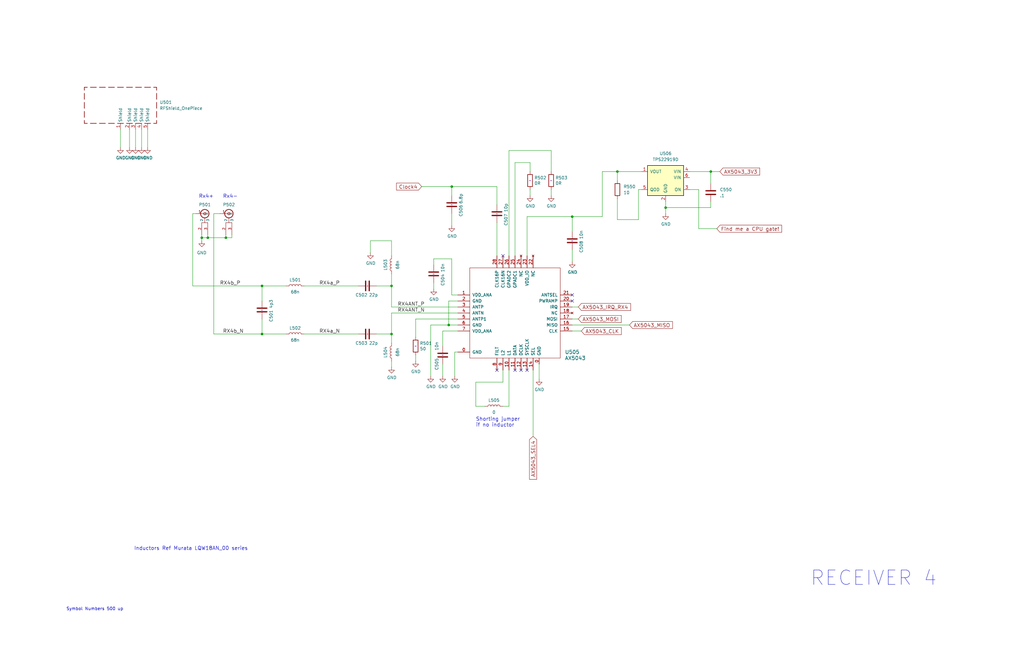
<source format=kicad_sch>
(kicad_sch (version 20230121) (generator eeschema)
  (paper "USLedger")
  (title_block (title "Radiation Tolerant PacSat Communication") (date "2023-06-17") (rev "A") (company "AMSAT-NA") (comment 1 "N5BRG"))
  (lib_symbols
    (symbol "Device:C" (pin_numbers hide) (pin_names (offset 0.254))
      (property "Reference" "C" (at 0.635 2.54 0))
      (property "Value" "C" (at 0.635 -2.54 0))
      (symbol "C_0_1"
        (polyline (pts (xy -2.032 -0.762) (xy 2.032 -0.762)) (stroke (width 0.508)))
        (polyline (pts (xy -2.032 0.762) (xy 2.032 0.762)) (stroke (width 0.508)))
      )
      (symbol "C_1_1"
        (pin passive line (at 0 3.81 270) (length 2.794) (name "~") (number "1"))
        (pin passive line (at 0 -3.81 90) (length 2.794) (name "~") (number "2"))
      )
    )
    (symbol "Device:L" (pin_numbers hide) (pin_names (offset 1.016) hide)
      (property "Reference" "L" (at -1.27 0 90))
      (property "Value" "L" (at 1.905 0 90))
      (symbol "L_0_1"
        (arc (start 0 -2.54) (mid 0.6323 -1.905) (end 0 -1.27))
        (arc (start 0 -1.27) (mid 0.6323 -0.635) (end 0 0))
        (arc (start 0 0) (mid 0.6323 0.635) (end 0 1.27))
        (arc (start 0 1.27) (mid 0.6323 1.905) (end 0 2.54))
      )
      (symbol "L_1_1"
        (pin passive line (at 0 3.81 270) (length 1.27) (name "1") (number "1"))
        (pin passive line (at 0 -3.81 90) (length 1.27) (name "2") (number "2"))
      )
    )
    (symbol "Device:R" (pin_numbers hide) (pin_names (offset 0))
      (property "Reference" "R" (at 2.032 0 90))
      (property "Value" "R" (at 0 0 90))
      (symbol "R_0_1"
        (rectangle (start -1.016 -2.54) (end 1.016 2.54) (stroke (width 0.254)))
      )
      (symbol "R_1_1"
        (pin passive line (at 0 3.81 270) (length 1.27) (name "~") (number "1"))
        (pin passive line (at 0 -3.81 90) (length 1.27) (name "~") (number "2"))
      )
    )
    (symbol "PACSAT_DEV_misc:AX5043" (pin_names (offset 1.016))
      (property "Reference" "U156" (at 16.51 -21.59 0))
      (property "Value" "AX5043" (at -5.08 0 0))
      (symbol "AX5043_0_1"
        (rectangle (start -19.05 19.05) (end 19.05 -19.05))
      )
      (symbol "AX5043_1_1"
        (pin passive line (at -24.13 -16.51 0) (length 5.08) (name "GND") (number "0"))
        (pin power_in line (at 10.16 -21.59 90) (length 2.54) (name "GND") (number "0"))
        (pin passive line (at -24.13 7.62 0) (length 5.08) (name "VDD_ANA") (number "1"))
        (pin passive line (at -2.54 -24.13 90) (length 5.08) (name "L1") (number "10"))
        (pin input line (at 0 -24.13 90) (length 5.08) (name "DATA") (number "11"))
        (pin input line (at 2.54 -24.13 90) (length 5.08) (name "DCLK") (number "12"))
        (pin output line (at 5.08 -24.13 90) (length 5.08) (name "SYSCLK") (number "13"))
        (pin input line (at 7.62 -24.13 90) (length 5.08) (name "SEL") (number "14"))
        (pin input line (at 24.13 -7.62 180) (length 5.08) (name "CLK") (number "15"))
        (pin tri_state line (at 24.13 -5.08 180) (length 5.08) (name "MISO") (number "16"))
        (pin input line (at 24.13 -2.54 180) (length 5.08) (name "MOSI") (number "17"))
        (pin no_connect line (at 24.13 0 180) (length 5.08) (name "NC") (number "18"))
        (pin output line (at 24.13 2.54 180) (length 5.08) (name "IRQ") (number "19"))
        (pin input line (at -24.13 5.08 0) (length 5.08) (name "GND") (number "2"))
        (pin output line (at 24.13 5.08 180) (length 5.08) (name "PWRAMP") (number "20"))
        (pin output line (at 24.13 7.62 180) (length 5.08) (name "ANTSEL") (number "21"))
        (pin no_connect line (at 7.62 24.13 270) (length 5.08) (name "NC") (number "22"))
        (pin passive line (at 5.08 24.13 270) (length 5.08) (name "VDD_IO") (number "23"))
        (pin no_connect line (at 2.54 24.13 270) (length 5.08) (name "NC") (number "24"))
        (pin input line (at 0 24.13 270) (length 5.08) (name "GPADC1") (number "25"))
        (pin input line (at -2.54 24.13 270) (length 5.08) (name "GPADC2") (number "26"))
        (pin passive line (at -5.08 24.13 270) (length 5.08) (name "CLK16N") (number "27"))
        (pin passive line (at -7.62 24.13 270) (length 5.08) (name "CLK16P") (number "28"))
        (pin bidirectional line (at -24.13 2.54 0) (length 5.08) (name "ANTP") (number "3"))
        (pin bidirectional line (at -24.13 0 0) (length 5.08) (name "ANTN") (number "4"))
        (pin output line (at -24.13 -2.54 0) (length 5.08) (name "ANTP1") (number "5"))
        (pin input line (at -24.13 -5.08 0) (length 5.08) (name "GND") (number "6"))
        (pin passive line (at -24.13 -7.62 0) (length 5.08) (name "VDD_ANA") (number "7"))
        (pin passive line (at -7.62 -24.13 90) (length 5.08) (name "FILT") (number "8"))
        (pin passive line (at -5.08 -24.13 90) (length 5.08) (name "L2") (number "9"))
      )
    )
    (symbol "PACSAT_DEV_misc:RF_SHIELD_BOX"
      (property "Reference" "U" (at -15.24 8.89 0))
      (symbol "RF_SHIELD_BOX_0_1"
        (polyline (pts (xy -16.51 -5.08) (xy -16.51 -2.54)) (stroke (width 0.254)))
        (polyline (pts (xy -16.51 -1.27) (xy -16.51 1.27)) (stroke (width 0.254)))
        (polyline (pts (xy -16.51 2.54) (xy -16.51 5.08)) (stroke (width 0.254)))
        (polyline (pts (xy -13.97 7.62) (xy -11.43 7.62)) (stroke (width 0.254)))
        (polyline (pts (xy -11.43 -7.62) (xy -13.97 -7.62)) (stroke (width 0.254)))
        (polyline (pts (xy -7.62 -7.62) (xy -10.16 -7.62)) (stroke (width 0.254)))
        (polyline (pts (xy -7.62 7.62) (xy -10.16 7.62)) (stroke (width 0.254)))
        (polyline (pts (xy -3.81 -7.62) (xy -6.35 -7.62)) (stroke (width 0.254)))
        (polyline (pts (xy -3.81 7.62) (xy -6.35 7.62)) (stroke (width 0.254)))
        (polyline (pts (xy -2.54 -7.62) (xy 0 -7.62)) (stroke (width 0.254)))
        (polyline (pts (xy 0 7.62) (xy -2.54 7.62)) (stroke (width 0.254)))
        (polyline (pts (xy 1.27 -7.62) (xy 3.81 -7.62)) (stroke (width 0.254)))
        (polyline (pts (xy 3.81 7.62) (xy 1.27 7.62)) (stroke (width 0.254)))
        (polyline (pts (xy 5.08 -7.62) (xy 7.62 -7.62)) (stroke (width 0.254)))
        (polyline (pts (xy 7.62 7.62) (xy 5.08 7.62)) (stroke (width 0.254)))
        (polyline (pts (xy 8.89 -7.62) (xy 11.43 -7.62)) (stroke (width 0.254)))
        (polyline (pts (xy 11.43 7.62) (xy 8.89 7.62)) (stroke (width 0.254)))
        (polyline (pts (xy 13.97 -5.08) (xy 13.97 -2.54)) (stroke (width 0.254)))
        (polyline (pts (xy 13.97 -1.27) (xy 13.97 1.27)) (stroke (width 0.254)))
        (polyline (pts (xy 13.97 2.54) (xy 13.97 5.08)) (stroke (width 0.254)))
        (polyline (pts (xy -16.51 6.35) (xy -16.51 7.62) (xy -15.24 7.62)) (stroke (width 0.254)))
        (polyline (pts (xy -15.24 -7.62) (xy -16.51 -7.62) (xy -16.51 -6.35)) (stroke (width 0.254)))
        (polyline (pts (xy 12.7 -7.62) (xy 13.97 -7.62) (xy 13.97 -6.35)) (stroke (width 0.254)))
        (polyline (pts (xy 13.97 6.35) (xy 13.97 7.62) (xy 12.7 7.62)) (stroke (width 0.254)))
      )
      (symbol "RF_SHIELD_BOX_1_1"
        (pin power_in line (at -1.27 -10.16 90) (length 2.54) (name "Shield") (number "1"))
        (pin power_in line (at 2.54 -10.16 90) (length 2.54) (name "Shield") (number "2"))
        (pin power_in line (at 5.08 -10.16 90) (length 2.54) (name "Shield") (number "3"))
        (pin power_in line (at 7.62 -10.16 90) (length 2.54) (name "Shield") (number "4"))
        (pin power_in line (at 10.16 -10.16 90) (length 2.54) (name "Shield") (number "5"))
      )
    )
    (symbol "PACSAT_DEV_misc:U_FL"
      (property "Reference" "U" (at -3.81 2.54 0))
      (symbol "U_FL_0_1"
        (polyline (pts (xy -1.27 -3.81) (xy 1.27 -3.81)))
        (polyline (pts (xy 0 -3.81) (xy 0 -1.778)))
        (circle (center 0 0) (radius 0.508) (stroke (width 0.2032)))
        (circle (center 0 0) (radius 1.778) (stroke (width 0.3048)))
      )
      (symbol "U_FL_1_1"
        (pin bidirectional line (at -3.81 0 0) (length 3.302) (name "In") (number "1"))
        (pin power_in line (at -1.27 -8.89 90) (length 5.08) (name "2") (number "2"))
        (pin power_in line (at 1.27 -8.89 90) (length 5.08) (name "3") (number "3"))
      )
    )
    (symbol "Power_Management:TPS22929D" (pin_names (offset 1.016))
      (property "Reference" "U96" (at 0 12.7 0))
      (property "Value" "TPS22919D" (at 0 10.16 0))
      (symbol "TPS22929D_0_1"
        (rectangle (start -7.62 7.62) (end 7.62 -5.08) (stroke (width 0.254)) (fill (type background)))
      )
      (symbol "TPS22929D_1_1"
        (pin power_out line (at 10.16 5.08 180) (length 2.54) (name "VOUT") (number "1"))
        (pin power_in line (at 0 -7.62 90) (length 2.54) (name "GND") (number "2"))
        (pin input line (at -10.16 -2.54 0) (length 2.54) (name "ON") (number "3"))
        (pin power_in line (at -10.16 5.08 0) (length 2.54) (name "VIN") (number "4"))
        (pin power_in line (at 10.16 -2.54 180) (length 2.54) (name "QOD") (number "5"))
        (pin power_in line (at -10.16 2.54 0) (length 2.54) (name "VIN") (number "6"))
      )
    )
    (symbol "power:GND" (power) (pin_names (offset 0))
      (property "Value" "GND" (at 0 -3.81 0))
      (symbol "GND_0_1"
        (polyline (pts (xy 0 0) (xy 0 -1.27) (xy 1.27 -1.27) (xy 0 -2.54) (xy -1.27 -1.27) (xy 0 -1.27)))
      )
      (symbol "GND_1_1"
        (pin power_in line (at 0 0 270) (length 0) hide (name "GND") (number "1"))
      )
    )
  )
  (junction (at 85.09 100.33))
  (junction (at 280.67 87.63))
  (junction (at 189.23 137.16))
  (junction (at 110.49 120.65))
  (junction (at 87.63 100.33))
  (junction (at 110.49 140.97))
  (junction (at 165.1 120.65))
  (junction (at 95.25 100.33))
  (junction (at 165.1 140.97))
  (junction (at 260.35 72.39))
  (junction (at 190.5 78.74))
  (junction (at 299.72 72.39))
  (junction (at 241.3 91.44))
  (no_connect (at 219.71 156.21))
  (no_connect (at 209.55 156.21))
  (no_connect (at 212.09 107.95))
  (no_connect (at 241.3 124.46))
  (no_connect (at 222.25 156.21))
  (no_connect (at 217.17 156.21))
  (no_connect (at 241.3 127))
  (wire (pts (xy 270.51 72.39) (xy 260.35 72.39)))
  (wire (pts (xy 217.17 68.58) (xy 223.52 68.58)))
  (wire (pts (xy 290.83 80.01) (xy 294.64 80.01)))
  (wire (pts (xy 190.5 109.22) (xy 182.88 109.22)))
  (wire (pts (xy 189.23 137.16) (xy 193.04 137.16)))
  (wire (pts (xy 241.3 91.44) (xy 254 91.44)))
  (wire (pts (xy 165.1 107.95) (xy 165.1 101.6)))
  (wire (pts (xy 175.26 134.62) (xy 193.04 134.62)))
  (wire (pts (xy 85.09 100.33) (xy 87.63 100.33)))
  (wire (pts (xy 232.41 63.5) (xy 232.41 72.39)))
  (wire (pts (xy 110.49 134.62) (xy 110.49 140.97)))
  (wire (pts (xy 212.09 171.45) (xy 214.63 171.45)))
  (wire (pts (xy 110.49 120.65) (xy 110.49 127)))
  (wire (pts (xy 260.35 72.39) (xy 254 72.39)))
  (wire (pts (xy 260.35 72.39) (xy 260.35 76.2)))
  (wire (pts (xy 50.8 54.61) (xy 50.8 62.23)))
  (wire (pts (xy 110.49 120.65) (xy 120.65 120.65)))
  (wire (pts (xy 177.8 78.74) (xy 190.5 78.74)))
  (wire (pts (xy 190.5 124.46) (xy 190.5 109.22)))
  (wire (pts (xy 280.67 87.63) (xy 280.67 90.17)))
  (wire (pts (xy 299.72 85.09) (xy 299.72 87.63)))
  (wire (pts (xy 209.55 93.98) (xy 209.55 107.95)))
  (wire (pts (xy 90.17 140.97) (xy 110.49 140.97)))
  (wire (pts (xy 81.28 90.17) (xy 81.28 120.65)))
  (wire (pts (xy 87.63 99.06) (xy 87.63 100.33)))
  (wire (pts (xy 128.27 140.97) (xy 151.13 140.97)))
  (wire (pts (xy 227.33 153.67) (xy 227.33 160.02)))
  (wire (pts (xy 212.09 161.29) (xy 200.66 161.29)))
  (wire (pts (xy 182.88 109.22) (xy 182.88 111.76)))
  (wire (pts (xy 241.3 97.79) (xy 241.3 91.44)))
  (wire (pts (xy 182.88 119.38) (xy 182.88 121.92)))
  (wire (pts (xy 85.09 99.06) (xy 85.09 100.33)))
  (wire (pts (xy 165.1 140.97) (xy 165.1 132.08)))
  (wire (pts (xy 269.24 80.01) (xy 270.51 80.01)))
  (wire (pts (xy 260.35 92.71) (xy 269.24 92.71)))
  (wire (pts (xy 165.1 140.97) (xy 165.1 144.78)))
  (wire (pts (xy 217.17 68.58) (xy 217.17 107.95)))
  (wire (pts (xy 81.28 120.65) (xy 110.49 120.65)))
  (wire (pts (xy 87.63 100.33) (xy 95.25 100.33)))
  (wire (pts (xy 299.72 72.39) (xy 303.53 72.39)))
  (wire (pts (xy 181.61 137.16) (xy 189.23 137.16)))
  (wire (pts (xy 214.63 156.21) (xy 214.63 171.45)))
  (wire (pts (xy 97.79 99.06) (xy 97.79 100.33)))
  (wire (pts (xy 158.75 140.97) (xy 165.1 140.97)))
  (wire (pts (xy 57.15 54.61) (xy 57.15 62.23)))
  (wire (pts (xy 191.77 148.59) (xy 191.77 158.75)))
  (wire (pts (xy 54.61 54.61) (xy 54.61 62.23)))
  (wire (pts (xy 200.66 161.29) (xy 200.66 171.45)))
  (wire (pts (xy 294.64 80.01) (xy 294.64 96.52)))
  (wire (pts (xy 193.04 127) (xy 189.23 127)))
  (wire (pts (xy 222.25 91.44) (xy 241.3 91.44)))
  (wire (pts (xy 269.24 92.71) (xy 269.24 80.01)))
  (wire (pts (xy 294.64 96.52) (xy 302.26 96.52)))
  (wire (pts (xy 59.69 54.61) (xy 59.69 62.23)))
  (wire (pts (xy 95.25 100.33) (xy 97.79 100.33)))
  (wire (pts (xy 232.41 80.01) (xy 232.41 82.55)))
  (wire (pts (xy 241.3 129.54) (xy 243.84 129.54)))
  (wire (pts (xy 299.72 72.39) (xy 299.72 77.47)))
  (wire (pts (xy 165.1 152.4) (xy 165.1 154.94)))
  (wire (pts (xy 241.3 134.62) (xy 243.84 134.62)))
  (wire (pts (xy 156.21 101.6) (xy 156.21 106.68)))
  (wire (pts (xy 224.79 156.21) (xy 224.79 184.15)))
  (wire (pts (xy 223.52 80.01) (xy 223.52 82.55)))
  (wire (pts (xy 165.1 120.65) (xy 165.1 129.54)))
  (wire (pts (xy 165.1 115.57) (xy 165.1 120.65)))
  (wire (pts (xy 165.1 129.54) (xy 193.04 129.54)))
  (wire (pts (xy 82.55 90.17) (xy 81.28 90.17)))
  (wire (pts (xy 241.3 105.41) (xy 241.3 110.49)))
  (wire (pts (xy 128.27 120.65) (xy 151.13 120.65)))
  (wire (pts (xy 186.69 139.7) (xy 186.69 146.05)))
  (wire (pts (xy 193.04 148.59) (xy 191.77 148.59)))
  (wire (pts (xy 190.5 78.74) (xy 190.5 82.55)))
  (wire (pts (xy 214.63 63.5) (xy 232.41 63.5)))
  (wire (pts (xy 110.49 140.97) (xy 120.65 140.97)))
  (wire (pts (xy 95.25 99.06) (xy 95.25 100.33)))
  (wire (pts (xy 222.25 107.95) (xy 222.25 91.44)))
  (wire (pts (xy 190.5 90.17) (xy 190.5 95.25)))
  (wire (pts (xy 62.23 54.61) (xy 62.23 62.23)))
  (wire (pts (xy 193.04 124.46) (xy 190.5 124.46)))
  (wire (pts (xy 209.55 78.74) (xy 209.55 86.36)))
  (wire (pts (xy 254 72.39) (xy 254 91.44)))
  (wire (pts (xy 181.61 158.75) (xy 181.61 137.16)))
  (wire (pts (xy 200.66 171.45) (xy 204.47 171.45)))
  (wire (pts (xy 158.75 120.65) (xy 165.1 120.65)))
  (wire (pts (xy 241.3 139.7) (xy 245.11 139.7)))
  (wire (pts (xy 241.3 137.16) (xy 265.43 137.16)))
  (wire (pts (xy 280.67 87.63) (xy 299.72 87.63)))
  (wire (pts (xy 260.35 83.82) (xy 260.35 92.71)))
  (wire (pts (xy 92.71 90.17) (xy 90.17 90.17)))
  (wire (pts (xy 214.63 63.5) (xy 214.63 107.95)))
  (wire (pts (xy 175.26 134.62) (xy 175.26 142.24)))
  (wire (pts (xy 165.1 101.6) (xy 156.21 101.6)))
  (wire (pts (xy 165.1 132.08) (xy 193.04 132.08)))
  (wire (pts (xy 193.04 139.7) (xy 186.69 139.7)))
  (wire (pts (xy 186.69 153.67) (xy 186.69 158.75)))
  (wire (pts (xy 189.23 127) (xy 189.23 137.16)))
  (wire (pts (xy 85.09 100.33) (xy 85.09 101.6)))
  (wire (pts (xy 209.55 78.74) (xy 190.5 78.74)))
  (wire (pts (xy 212.09 156.21) (xy 212.09 161.29)))
  (wire (pts (xy 223.52 68.58) (xy 223.52 72.39)))
  (wire (pts (xy 290.83 72.39) (xy 299.72 72.39)))
  (wire (pts (xy 175.26 149.86) (xy 175.26 152.4)))
  (wire (pts (xy 280.67 85.09) (xy 280.67 87.63)))
  (wire (pts (xy 90.17 90.17) (xy 90.17 140.97)))
  (text "Symbol Numbers 500 up" (at 27.94 257.81 0) (effects (font (size 1.27 1.27)) (justify left bottom)))
  (text "RECEIVER 4" (at 341.63 247.65 0) (effects (font (size 6.096 6.096)) (justify left bottom)))
  (text "Inductors Ref Murata LQW18AN_00 series" (at 56.515 232.41 0) (effects (font (size 1.524 1.524)) (justify left bottom)))
  (text "Rx4-" (at 93.98 83.82 0) (effects (font (size 1.524 1.524)) (justify left bottom)))
  (text "Shorting jumper\nif no inductor" (at 200.66 180.34 0) (effects (font (size 1.524 1.524)) (justify left bottom)))
  (text "Rx4+" (at 83.82 83.82 0) (effects (font (size 1.524 1.524)) (justify left bottom)))
  (label "RX4ANT_N" (at 167.64 132.08 0) (effects (font (size 1.524 1.524))))
  (label "RX4a_P" (at 134.62 120.65 0) (effects (font (size 1.524 1.524))))
  (label "RX4ANT_P" (at 167.64 129.54 0) (effects (font (size 1.524 1.524))))
  (label "RX4b_N" (at 93.98 140.97 0) (effects (font (size 1.524 1.524))))
  (label "RX4a_N" (at 134.62 140.97 0) (effects (font (size 1.524 1.524))))
  (label "RX4b_P" (at 92.71 120.65 0) (effects (font (size 1.524 1.524))))
  (global_label "Clock4" (shape input) (at 177.8 78.74 180) (effects (font (size 1.524 1.524))) (property "Intersheetrefs" "${INTERSHEET_REFS}" (effects hide)))
  (global_label "AX5043_MISO" (shape input) (at 265.43 137.16 0) (effects (font (size 1.524 1.524))) (property "Intersheetrefs" "${INTERSHEET_REFS}" (effects hide)))
  (global_label "AX5043_3V3" (shape input) (at 303.53 72.39 0) (effects (font (size 1.524 1.524))) (property "Intersheetrefs" "${INTERSHEET_REFS}" (effects hide)))
  (global_label "AX5043_IRQ_RX4" (shape input) (at 243.84 129.54 0) (effects (font (size 1.524 1.524))) (property "Intersheetrefs" "${INTERSHEET_REFS}" (effects hide)))
  (global_label "AX5043_SEL4" (shape input) (at 224.79 184.15 270) (effects (font (size 1.524 1.524))) (property "Intersheetrefs" "${INTERSHEET_REFS}" (effects hide)))
  (global_label "Find me a CPU gate!" (shape input) (at 302.26 96.52 0) (effects (font (size 1.524 1.524))) (property "Intersheetrefs" "${INTERSHEET_REFS}" (effects hide)))
  (global_label "AX5043_CLK" (shape input) (at 245.11 139.7 0) (effects (font (size 1.524 1.524))) (property "Intersheetrefs" "${INTERSHEET_REFS}" (effects hide)))
  (global_label "AX5043_MOSI" (shape input) (at 243.84 134.62 0) (effects (font (size 1.524 1.524))) (property "Intersheetrefs" "${INTERSHEET_REFS}" (effects hide)))
  (symbol (lib_id "power:GND") (at 156.21 106.68 0) (unit 1)
    (property "Reference" "#PWR0503" (effects hide))
    (property "Value" "GND" (at 156.337 111.0742 0))
  )
  (symbol (lib_id "Device:C") (at 110.49 130.81 0) (unit 1)
    (property "Reference" "C501" (at 114.3 133.35 90))
    (property "Value" "4p3" (at 114.3 128.27 90))
    (property "Footprint" "Capacitor_SMD:C_0603_1608Metric_Pad1.08x0.95mm_HandSolder" (effects hide))
    (property "Datasheet" "~" (at 110.49 130.81 0))
  )
  (symbol (lib_id "Device:L") (at 165.1 111.76 180) (unit 1)
    (property "Reference" "L503" (at 162.56 111.76 90))
    (property "Value" "68n" (at 167.64 111.76 90))
    (property "Footprint" "PacSatDev_misc:L_Murata_LQH2MCNxxxx02_2.0x1.6mm" (effects hide))
  )
  (symbol (lib_id "power:GND") (at 227.33 160.02 0) (unit 1)
    (property "Reference" "#PWR0512" (effects hide))
    (property "Value" "GND" (at 227.457 164.4142 0))
  )
  (symbol (lib_id "Device:R") (at 175.26 146.05 0) (unit 1)
    (property "Reference" "R501" (at 177.038 144.8816 0) (effects (justify left)))
    (property "Value" "50" (at 177.038 147.193 0) (effects (justify left)))
    (property "Footprint" "Resistor_SMD:R_0603_1608Metric_Pad0.98x0.95mm_HandSolder" (effects hide))
    (property "Datasheet" "~" (at 175.26 146.05 0))
  )
  (symbol (lib_id "Device:L") (at 208.28 171.45 90) (unit 1)
    (property "Reference" "L505" (at 208.28 168.91 90))
    (property "Value" "0" (at 208.28 173.99 90))
    (property "Footprint" "PacSatDev_misc:L_Murata_LQH2MCNxxxx02_2.0x1.6mm" (effects hide))
  )
  (symbol (lib_id "Device:C") (at 190.5 86.36 0) (unit 1)
    (property "Reference" "C506" (at 194.31 88.9 90))
    (property "Value" "6.8p" (at 194.31 83.82 90))
    (property "Footprint" "Capacitor_SMD:C_0603_1608Metric_Pad1.08x0.95mm_HandSolder" (effects hide))
    (property "Datasheet" "~" (at 190.5 86.36 0))
  )
  (symbol (lib_id "Device:C") (at 299.72 81.28 0) (unit 1)
    (property "Reference" "C550" (at 303.53 80.01 0) (effects (justify left)))
    (property "Value" ".1" (at 303.53 82.55 0) (effects (justify left)))
  )
  (symbol (lib_id "power:GND") (at 280.67 90.17 0) (unit 1)
    (property "Reference" "#PWR0216" (effects hide))
    (property "Value" "GND" (at 280.797 94.5642 0))
  )
  (symbol (lib_id "Device:C") (at 209.55 90.17 0) (unit 1)
    (property "Reference" "C507" (at 213.36 92.71 90))
    (property "Value" "10p" (at 213.36 87.63 90))
    (property "Footprint" "Capacitor_SMD:C_0603_1608Metric_Pad1.08x0.95mm_HandSolder" (effects hide))
    (property "Datasheet" "~" (at 209.55 90.17 0))
  )
  (symbol (lib_id "Device:C") (at 154.94 120.65 270) (unit 1)
    (property "Reference" "C502" (at 152.4 124.46 90))
    (property "Value" "22p" (at 157.48 124.46 90))
    (property "Footprint" "Capacitor_SMD:C_0603_1608Metric_Pad1.08x0.95mm_HandSolder" (effects hide))
    (property "Datasheet" "~" (at 154.94 120.65 0))
  )
  (symbol (lib_id "power:GND") (at 50.8 62.23 0) (unit 1)
    (property "Reference" "#PWR0730" (effects hide))
    (property "Value" "GND" (at 50.927 66.6242 0))
  )
  (symbol (lib_id "power:GND") (at 85.09 101.6 0) (unit 1)
    (property "Reference" "#PWR0502" (effects hide))
    (property "Value" "GND" (at 85.09 106.68 0))
  )
  (symbol (lib_id "power:GND") (at 165.1 154.94 0) (unit 1)
    (property "Reference" "#PWR0504" (effects hide))
    (property "Value" "GND" (at 165.227 159.3342 0))
  )
  (symbol (lib_id "Device:L") (at 124.46 140.97 90) (unit 1)
    (property "Reference" "L502" (at 124.46 138.43 90))
    (property "Value" "68n" (at 124.46 143.51 90))
    (property "Footprint" "PacSatDev_misc:L_Murata_LQH2MCNxxxx02_2.0x1.6mm" (effects hide))
  )
  (symbol (lib_id "power:GND") (at 182.88 121.92 0) (unit 1)
    (property "Reference" "#PWR0507" (effects hide))
    (property "Value" "GND" (at 183.007 126.3142 0))
  )
  (symbol (lib_id "power:GND") (at 175.26 152.4 0) (unit 1)
    (property "Reference" "#PWR0505" (effects hide))
    (property "Value" "GND" (at 175.387 156.7942 0))
  )
  (symbol (lib_id "Device:L") (at 165.1 148.59 180) (unit 1)
    (property "Reference" "L504" (at 162.56 148.59 90))
    (property "Value" "68n" (at 167.64 148.59 90))
    (property "Footprint" "PacSatDev_misc:L_Murata_LQH2MCNxxxx02_2.0x1.6mm" (effects hide))
  )
  (symbol (lib_id "power:GND") (at 190.5 95.25 0) (unit 1)
    (property "Reference" "#PWR0509" (effects hide))
    (property "Value" "GND" (at 190.627 99.6442 0))
  )
  (symbol (lib_id "power:GND") (at 223.52 82.55 0) (unit 1)
    (property "Reference" "#PWR0511" (effects hide))
    (property "Value" "GND" (at 223.647 86.9442 0))
  )
  (symbol (lib_id "Power_Management:TPS22929D") (at 280.67 77.47 0) (mirror y) (unit 1)
    (property "Reference" "U506" (at 280.67 64.77 0))
    (property "Value" "TPS22919D" (at 280.67 67.31 0))
    (property "Footprint" "Package_TO_SOT_SMD:SOT-23-6" (effects hide))
    (property "Datasheet" "http://www.ti.com/lit/ds/symlink/tps22929d.pdf" (effects hide))
  )
  (symbol (lib_id "Device:R") (at 260.35 80.01 0) (unit 1)
    (property "Reference" "R550" (at 262.89 78.74 0) (effects (justify left)))
    (property "Value" "10" (at 262.89 81.28 0) (effects (justify left)))
  )
  (symbol (lib_id "PACSAT_DEV_misc:U_FL") (at 86.36 90.17 0) (unit 1)
    (property "Reference" "P501" (at 83.82 86.36 0) (effects (justify left)))
    (property "Value" "~" (at 86.36 90.17 0))
    (property "Footprint" "PacSatDev_misc:U_FL" (effects hide))
  )
  (symbol (lib_id "Device:C") (at 154.94 140.97 270) (unit 1)
    (property "Reference" "C503" (at 152.4 144.78 90))
    (property "Value" "22p" (at 157.48 144.78 90))
    (property "Footprint" "Capacitor_SMD:C_0603_1608Metric_Pad1.08x0.95mm_HandSolder" (effects hide))
    (property "Datasheet" "~" (at 154.94 140.97 0))
  )
  (symbol (lib_id "power:GND") (at 181.61 158.75 0) (unit 1)
    (property "Reference" "#PWR0506" (effects hide))
    (property "Value" "GND" (at 181.737 163.1442 0))
  )
  (symbol (lib_id "power:GND") (at 57.15 62.23 0) (unit 1)
    (property "Reference" "#PWR0620" (effects hide))
    (property "Value" "GND" (at 57.277 66.6242 0))
  )
  (symbol (lib_id "power:GND") (at 59.69 62.23 0) (unit 1)
    (property "Reference" "#PWR0733" (effects hide))
    (property "Value" "GND" (at 59.817 66.6242 0))
  )
  (symbol (lib_id "Device:C") (at 182.88 115.57 0) (unit 1)
    (property "Reference" "C504" (at 186.69 118.11 90))
    (property "Value" "10n" (at 186.69 113.03 90))
    (property "Footprint" "Capacitor_SMD:C_0603_1608Metric_Pad1.08x0.95mm_HandSolder" (effects hide))
    (property "Datasheet" "~" (at 182.88 115.57 0))
  )
  (symbol (lib_id "PACSAT_DEV_misc:RF_SHIELD_BOX") (at 52.07 44.45 0) (unit 1)
    (property "Reference" "U501" (at 67.31 43.18 0) (effects (justify left)))
    (property "Value" "RFShield_OnePiece" (at 67.31 45.72 0) (effects (justify left)))
    (property "Footprint" "PacSatDev_misc:RF_SHIELD_BMI_S_202_F_U501" (effects hide))
  )
  (symbol (lib_id "PACSAT_DEV_misc:U_FL") (at 96.52 90.17 0) (unit 1)
    (property "Reference" "P502" (at 93.98 86.36 0) (effects (justify left)))
    (property "Value" "~" (at 96.52 90.17 0))
    (property "Footprint" "PacSatDev_misc:U_FL" (effects hide))
  )
  (symbol (lib_id "power:GND") (at 54.61 62.23 0) (unit 1)
    (property "Reference" "#PWR0731" (effects hide))
    (property "Value" "GND" (at 54.737 66.6242 0))
  )
  (symbol (lib_id "power:GND") (at 241.3 110.49 0) (unit 1)
    (property "Reference" "#PWR0514" (effects hide))
    (property "Value" "GND" (at 241.427 114.8842 0))
  )
  (symbol (lib_id "Device:R") (at 232.41 76.2 0) (unit 1)
    (property "Reference" "R503" (at 234.188 75.0316 0) (effects (justify left)))
    (property "Value" "0R" (at 234.188 77.343 0) (effects (justify left)))
    (property "Footprint" "Resistor_SMD:R_0603_1608Metric_Pad0.98x0.95mm_HandSolder" (effects hide))
    (property "Datasheet" "~" (at 232.41 76.2 0))
  )
  (symbol (lib_id "power:GND") (at 232.41 82.55 0) (unit 1)
    (property "Reference" "#PWR0513" (effects hide))
    (property "Value" "GND" (at 232.537 86.9442 0))
  )
  (symbol (lib_id "Device:L") (at 124.46 120.65 90) (unit 1)
    (property "Reference" "L501" (at 124.46 118.11 90))
    (property "Value" "68n" (at 124.46 123.19 90))
    (property "Footprint" "PacSatDev_misc:L_Murata_LQH2MCNxxxx02_2.0x1.6mm" (effects hide))
  )
  (symbol (lib_id "power:GND") (at 186.69 158.75 0) (unit 1)
    (property "Reference" "#PWR0508" (effects hide))
    (property "Value" "GND" (at 186.817 163.1442 0))
  )
  (symbol (lib_id "PACSAT_DEV_misc:AX5043") (at 217.17 132.08 0) (unit 1)
    (property "Reference" "U505" (at 241.3 148.59 0) (effects (font (size 1.524 1.524))))
    (property "Value" "AX5043" (at 242.57 151.13 0) (effects (font (size 1.524 1.524))))
    (property "Footprint" "PacSatDev_onsemi:QFN28" (effects hide))
  )
  (symbol (lib_id "power:GND") (at 191.77 158.75 0) (unit 1)
    (property "Reference" "#PWR0510" (effects hide))
    (property "Value" "GND" (at 191.897 163.1442 0))
  )
  (symbol (lib_id "Device:C") (at 241.3 101.6 0) (unit 1)
    (property "Reference" "C508" (at 245.11 104.14 90))
    (property "Value" "10n" (at 245.11 99.06 90))
    (property "Footprint" "Capacitor_SMD:C_0603_1608Metric_Pad1.08x0.95mm_HandSolder" (effects hide))
    (property "Datasheet" "~" (at 241.3 101.6 0))
  )
  (symbol (lib_id "power:GND") (at 62.23 62.23 0) (unit 1)
    (property "Reference" "#PWR0732" (effects hide))
    (property "Value" "GND" (at 62.357 66.6242 0))
  )
  (symbol (lib_id "Device:R") (at 223.52 76.2 0) (unit 1)
    (property "Reference" "R502" (at 225.298 75.0316 0) (effects (justify left)))
    (property "Value" "0R" (at 225.298 77.343 0) (effects (justify left)))
    (property "Footprint" "Resistor_SMD:R_0603_1608Metric_Pad0.98x0.95mm_HandSolder" (effects hide))
    (property "Datasheet" "~" (at 223.52 76.2 0))
  )
  (symbol (lib_id "Device:C") (at 186.69 149.86 0) (unit 1)
    (property "Reference" "C505" (at 184.15 153.67 90))
    (property "Value" "10n" (at 184.15 146.05 90))
    (property "Footprint" "Capacitor_SMD:C_0603_1608Metric_Pad1.08x0.95mm_HandSolder" (effects hide))
    (property "Datasheet" "~" (at 186.69 149.86 0))
  )
)
</source>
